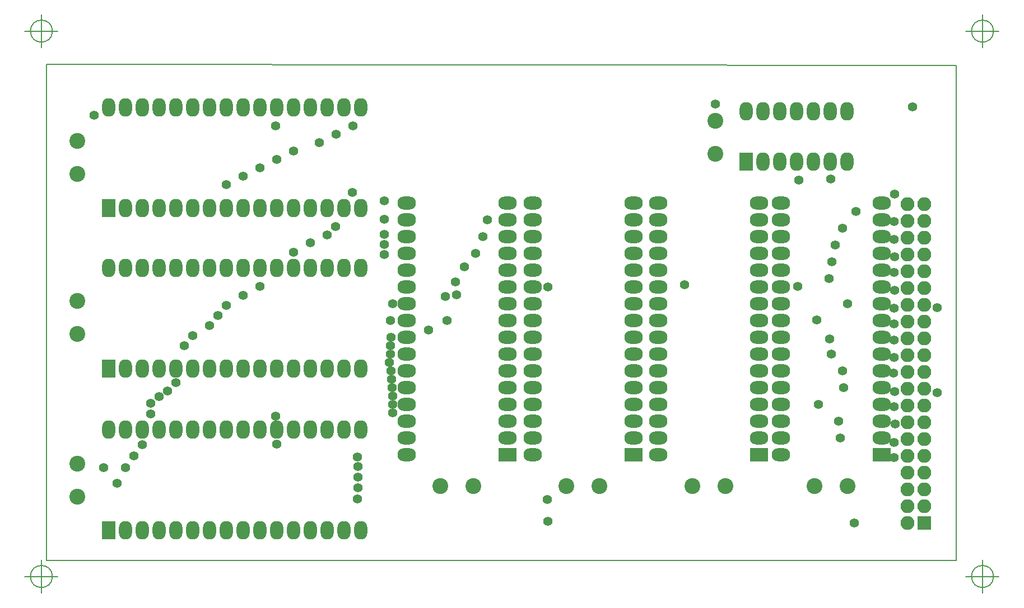
<source format=gbr>
G04 #@! TF.GenerationSoftware,KiCad,Pcbnew,(5.1.4)-1*
G04 #@! TF.CreationDate,2020-05-14T16:46:17+02:00*
G04 #@! TF.ProjectId,omega-ramexpansion,6f6d6567-612d-4726-916d-657870616e73,rev?*
G04 #@! TF.SameCoordinates,Original*
G04 #@! TF.FileFunction,Soldermask,Bot*
G04 #@! TF.FilePolarity,Negative*
%FSLAX46Y46*%
G04 Gerber Fmt 4.6, Leading zero omitted, Abs format (unit mm)*
G04 Created by KiCad (PCBNEW (5.1.4)-1) date 2020-05-14 16:46:17*
%MOMM*%
%LPD*%
G04 APERTURE LIST*
%ADD10C,0.150000*%
%ADD11R,2.000000X2.800000*%
%ADD12O,2.000000X2.800000*%
%ADD13C,2.400000*%
%ADD14R,2.800000X2.000000*%
%ADD15O,2.800000X2.000000*%
%ADD16O,2.100000X2.100000*%
%ADD17R,2.100000X2.100000*%
%ADD18C,1.400000*%
G04 APERTURE END LIST*
D10*
X71900000Y-62200000D02*
X71900000Y-137300000D01*
X209400000Y-62300000D02*
X71900000Y-62200000D01*
X209400000Y-62300000D02*
X209400000Y-137300000D01*
X71900000Y-137300000D02*
X209400000Y-137300000D01*
X72786666Y-57150000D02*
G75*
G03X72786666Y-57150000I-1666666J0D01*
G01*
X68620000Y-57150000D02*
X73620000Y-57150000D01*
X71120000Y-54650000D02*
X71120000Y-59650000D01*
X72786666Y-139700000D02*
G75*
G03X72786666Y-139700000I-1666666J0D01*
G01*
X68620000Y-139700000D02*
X73620000Y-139700000D01*
X71120000Y-137200000D02*
X71120000Y-142200000D01*
X215026666Y-57150000D02*
G75*
G03X215026666Y-57150000I-1666666J0D01*
G01*
X210860000Y-57150000D02*
X215860000Y-57150000D01*
X213360000Y-54650000D02*
X213360000Y-59650000D01*
X215026666Y-139700000D02*
G75*
G03X215026666Y-139700000I-1666666J0D01*
G01*
X210860000Y-139700000D02*
X215860000Y-139700000D01*
X213360000Y-137200000D02*
X213360000Y-142200000D01*
D11*
X81280000Y-132715000D03*
D12*
X119380000Y-117475000D03*
X83820000Y-132715000D03*
X116840000Y-117475000D03*
X86360000Y-132715000D03*
X114300000Y-117475000D03*
X88900000Y-132715000D03*
X111760000Y-117475000D03*
X91440000Y-132715000D03*
X109220000Y-117475000D03*
X93980000Y-132715000D03*
X106680000Y-117475000D03*
X96520000Y-132715000D03*
X104140000Y-117475000D03*
X99060000Y-132715000D03*
X101600000Y-117475000D03*
X101600000Y-132715000D03*
X99060000Y-117475000D03*
X104140000Y-132715000D03*
X96520000Y-117475000D03*
X106680000Y-132715000D03*
X93980000Y-117475000D03*
X109220000Y-132715000D03*
X91440000Y-117475000D03*
X111760000Y-132715000D03*
X88900000Y-117475000D03*
X114300000Y-132715000D03*
X86360000Y-117475000D03*
X116840000Y-132715000D03*
X83820000Y-117475000D03*
X119380000Y-132715000D03*
X81280000Y-117475000D03*
D13*
X169498000Y-125984000D03*
X174498000Y-125984000D03*
X150448000Y-125984000D03*
X155448000Y-125984000D03*
X131445000Y-125984000D03*
X136445000Y-125984000D03*
D11*
X81280000Y-108204000D03*
D12*
X119380000Y-92964000D03*
X83820000Y-108204000D03*
X116840000Y-92964000D03*
X86360000Y-108204000D03*
X114300000Y-92964000D03*
X88900000Y-108204000D03*
X111760000Y-92964000D03*
X91440000Y-108204000D03*
X109220000Y-92964000D03*
X93980000Y-108204000D03*
X106680000Y-92964000D03*
X96520000Y-108204000D03*
X104140000Y-92964000D03*
X99060000Y-108204000D03*
X101600000Y-92964000D03*
X101600000Y-108204000D03*
X99060000Y-92964000D03*
X104140000Y-108204000D03*
X96520000Y-92964000D03*
X106680000Y-108204000D03*
X93980000Y-92964000D03*
X109220000Y-108204000D03*
X91440000Y-92964000D03*
X111760000Y-108204000D03*
X88900000Y-92964000D03*
X114300000Y-108204000D03*
X86360000Y-92964000D03*
X116840000Y-108204000D03*
X83820000Y-92964000D03*
X119380000Y-108204000D03*
X81280000Y-92964000D03*
D14*
X160655000Y-121285000D03*
D15*
X145415000Y-83185000D03*
X160655000Y-118745000D03*
X145415000Y-85725000D03*
X160655000Y-116205000D03*
X145415000Y-88265000D03*
X160655000Y-113665000D03*
X145415000Y-90805000D03*
X160655000Y-111125000D03*
X145415000Y-93345000D03*
X160655000Y-108585000D03*
X145415000Y-95885000D03*
X160655000Y-106045000D03*
X145415000Y-98425000D03*
X160655000Y-103505000D03*
X145415000Y-100965000D03*
X160655000Y-100965000D03*
X145415000Y-103505000D03*
X160655000Y-98425000D03*
X145415000Y-106045000D03*
X160655000Y-95885000D03*
X145415000Y-108585000D03*
X160655000Y-93345000D03*
X145415000Y-111125000D03*
X160655000Y-90805000D03*
X145415000Y-113665000D03*
X160655000Y-88265000D03*
X145415000Y-116205000D03*
X160655000Y-85725000D03*
X145415000Y-118745000D03*
X160655000Y-83185000D03*
X145415000Y-121285000D03*
D13*
X76581000Y-122635000D03*
X76581000Y-127635000D03*
X76581000Y-97997000D03*
X76581000Y-102997000D03*
X76581000Y-73787000D03*
X76581000Y-78787000D03*
X187960000Y-125984000D03*
X192960000Y-125984000D03*
D11*
X177596800Y-76911200D03*
D12*
X192836800Y-69291200D03*
X180136800Y-76911200D03*
X190296800Y-69291200D03*
X182676800Y-76911200D03*
X187756800Y-69291200D03*
X185216800Y-76911200D03*
X185216800Y-69291200D03*
X187756800Y-76911200D03*
X182676800Y-69291200D03*
X190296800Y-76911200D03*
X180136800Y-69291200D03*
X192836800Y-76911200D03*
X177596800Y-69291200D03*
D13*
X172974000Y-70692000D03*
X172974000Y-75692000D03*
D11*
X81280000Y-83947000D03*
D12*
X119380000Y-68707000D03*
X83820000Y-83947000D03*
X116840000Y-68707000D03*
X86360000Y-83947000D03*
X114300000Y-68707000D03*
X88900000Y-83947000D03*
X111760000Y-68707000D03*
X91440000Y-83947000D03*
X109220000Y-68707000D03*
X93980000Y-83947000D03*
X106680000Y-68707000D03*
X96520000Y-83947000D03*
X104140000Y-68707000D03*
X99060000Y-83947000D03*
X101600000Y-68707000D03*
X101600000Y-83947000D03*
X99060000Y-68707000D03*
X104140000Y-83947000D03*
X96520000Y-68707000D03*
X106680000Y-83947000D03*
X93980000Y-68707000D03*
X109220000Y-83947000D03*
X91440000Y-68707000D03*
X111760000Y-83947000D03*
X88900000Y-68707000D03*
X114300000Y-83947000D03*
X86360000Y-68707000D03*
X116840000Y-83947000D03*
X83820000Y-68707000D03*
X119380000Y-83947000D03*
X81280000Y-68707000D03*
D14*
X198120000Y-121285000D03*
D15*
X182880000Y-83185000D03*
X198120000Y-118745000D03*
X182880000Y-85725000D03*
X198120000Y-116205000D03*
X182880000Y-88265000D03*
X198120000Y-113665000D03*
X182880000Y-90805000D03*
X198120000Y-111125000D03*
X182880000Y-93345000D03*
X198120000Y-108585000D03*
X182880000Y-95885000D03*
X198120000Y-106045000D03*
X182880000Y-98425000D03*
X198120000Y-103505000D03*
X182880000Y-100965000D03*
X198120000Y-100965000D03*
X182880000Y-103505000D03*
X198120000Y-98425000D03*
X182880000Y-106045000D03*
X198120000Y-95885000D03*
X182880000Y-108585000D03*
X198120000Y-93345000D03*
X182880000Y-111125000D03*
X198120000Y-90805000D03*
X182880000Y-113665000D03*
X198120000Y-88265000D03*
X182880000Y-116205000D03*
X198120000Y-85725000D03*
X182880000Y-118745000D03*
X198120000Y-83185000D03*
X182880000Y-121285000D03*
D14*
X179578000Y-121285000D03*
D15*
X164338000Y-83185000D03*
X179578000Y-118745000D03*
X164338000Y-85725000D03*
X179578000Y-116205000D03*
X164338000Y-88265000D03*
X179578000Y-113665000D03*
X164338000Y-90805000D03*
X179578000Y-111125000D03*
X164338000Y-93345000D03*
X179578000Y-108585000D03*
X164338000Y-95885000D03*
X179578000Y-106045000D03*
X164338000Y-98425000D03*
X179578000Y-103505000D03*
X164338000Y-100965000D03*
X179578000Y-100965000D03*
X164338000Y-103505000D03*
X179578000Y-98425000D03*
X164338000Y-106045000D03*
X179578000Y-95885000D03*
X164338000Y-108585000D03*
X179578000Y-93345000D03*
X164338000Y-111125000D03*
X179578000Y-90805000D03*
X164338000Y-113665000D03*
X179578000Y-88265000D03*
X164338000Y-116205000D03*
X179578000Y-85725000D03*
X164338000Y-118745000D03*
X179578000Y-83185000D03*
X164338000Y-121285000D03*
D14*
X141605000Y-121285000D03*
D15*
X126365000Y-83185000D03*
X141605000Y-118745000D03*
X126365000Y-85725000D03*
X141605000Y-116205000D03*
X126365000Y-88265000D03*
X141605000Y-113665000D03*
X126365000Y-90805000D03*
X141605000Y-111125000D03*
X126365000Y-93345000D03*
X141605000Y-108585000D03*
X126365000Y-95885000D03*
X141605000Y-106045000D03*
X126365000Y-98425000D03*
X141605000Y-103505000D03*
X126365000Y-100965000D03*
X141605000Y-100965000D03*
X126365000Y-103505000D03*
X141605000Y-98425000D03*
X126365000Y-106045000D03*
X141605000Y-95885000D03*
X126365000Y-108585000D03*
X141605000Y-93345000D03*
X126365000Y-111125000D03*
X141605000Y-90805000D03*
X126365000Y-113665000D03*
X141605000Y-88265000D03*
X126365000Y-116205000D03*
X141605000Y-85725000D03*
X126365000Y-118745000D03*
X141605000Y-83185000D03*
X126365000Y-121285000D03*
D16*
X202040000Y-83310000D03*
X204580000Y-83310000D03*
X202040000Y-85850000D03*
X204580000Y-85850000D03*
X202040000Y-88390000D03*
X204580000Y-88390000D03*
X202040000Y-90930000D03*
X204580000Y-90930000D03*
X202040000Y-93470000D03*
X204580000Y-93470000D03*
X202040000Y-96010000D03*
X204580000Y-96010000D03*
X202040000Y-98550000D03*
X204580000Y-98550000D03*
X202040000Y-101090000D03*
X204580000Y-101090000D03*
X202040000Y-103630000D03*
X204580000Y-103630000D03*
X202040000Y-106170000D03*
X204580000Y-106170000D03*
X202040000Y-108710000D03*
X204580000Y-108710000D03*
X202040000Y-111250000D03*
X204580000Y-111250000D03*
X202040000Y-113790000D03*
X204580000Y-113790000D03*
X202040000Y-116330000D03*
X204580000Y-116330000D03*
X202040000Y-118870000D03*
X204580000Y-118870000D03*
X202040000Y-121410000D03*
X204580000Y-121410000D03*
X202040000Y-123950000D03*
X204580000Y-123950000D03*
X202040000Y-126490000D03*
X204580000Y-126490000D03*
X202040000Y-129030000D03*
X204580000Y-129030000D03*
X202040000Y-131570000D03*
D17*
X204580000Y-131570000D03*
D18*
X79095600Y-69841400D03*
X172974000Y-68199000D03*
X118897400Y-127939800D03*
X193952400Y-131570000D03*
X80518000Y-123250000D03*
X200088500Y-81851500D03*
X202800000Y-68600000D03*
X106502200Y-115443000D03*
X106680000Y-119659400D03*
X185420000Y-95821500D03*
X106553000Y-71526400D03*
X147624800Y-95885000D03*
X147599400Y-128041400D03*
X147624800Y-131343400D03*
X168300400Y-95554800D03*
X200025000Y-121729500D03*
X118948200Y-126263400D03*
X82550000Y-125600000D03*
X133858000Y-97028000D03*
X200025000Y-119380000D03*
X118948200Y-123088400D03*
X85090000Y-121412000D03*
X191833500Y-118745000D03*
X118948200Y-124688600D03*
X83820000Y-123190000D03*
X124180600Y-114909600D03*
X200130000Y-116650000D03*
X87600000Y-115100000D03*
X191643000Y-116205000D03*
X86360000Y-119761000D03*
X118900000Y-121600000D03*
X199999600Y-114020600D03*
X124206000Y-112395000D03*
X88900000Y-112500000D03*
X188518800Y-113665000D03*
X190441621Y-79511990D03*
X124180600Y-113639600D03*
X87600000Y-113500000D03*
X200087500Y-111697500D03*
X124002800Y-109829600D03*
X91440000Y-110388400D03*
X192405000Y-111125000D03*
X124104400Y-111125000D03*
X90170000Y-111630000D03*
X199923400Y-108940600D03*
X123723400Y-107289600D03*
X93980000Y-103251000D03*
X192214500Y-108585000D03*
X123977400Y-108585000D03*
X92710000Y-104775000D03*
X123901200Y-104775000D03*
X97790000Y-100203000D03*
X199961500Y-106553000D03*
X190500000Y-106045000D03*
X123901200Y-106019600D03*
X96520000Y-101727000D03*
X199961500Y-103949500D03*
X99060000Y-80391000D03*
X129616200Y-102362000D03*
X190288500Y-103780000D03*
X123926600Y-103505000D03*
X99060000Y-98679000D03*
X200025000Y-101473000D03*
X132384800Y-100965000D03*
X101600000Y-79121000D03*
X185623200Y-79679800D03*
X123875800Y-100965000D03*
X101600000Y-97155000D03*
X188341000Y-100901500D03*
X199961500Y-99060000D03*
X132207000Y-97307400D03*
X104140000Y-77851000D03*
X192976500Y-98425000D03*
X124206000Y-98425000D03*
X104138313Y-95759687D03*
X200088500Y-96393000D03*
X133705600Y-95148400D03*
X106680000Y-76581000D03*
X190200302Y-94615000D03*
X109220000Y-90614500D03*
X122936000Y-90932000D03*
X199948800Y-93700600D03*
X135026400Y-92811600D03*
X109220000Y-75311000D03*
X111760000Y-89204800D03*
X190550800Y-92075000D03*
X122936000Y-89408000D03*
X200088500Y-91313000D03*
X136753600Y-90805000D03*
X113093500Y-74041000D03*
X114300000Y-88011000D03*
X191058800Y-89560400D03*
X122936000Y-87884000D03*
X199974200Y-88671400D03*
X137845800Y-88265000D03*
X115646200Y-72771000D03*
X192214500Y-86995000D03*
X115570000Y-86741000D03*
X122936000Y-85598000D03*
X199974200Y-85928200D03*
X138531600Y-85725000D03*
X118237000Y-71501000D03*
X194246500Y-84455000D03*
X122936000Y-82804000D03*
X118110000Y-81534000D03*
X206502000Y-111912400D03*
X206502000Y-99009200D03*
M02*

</source>
